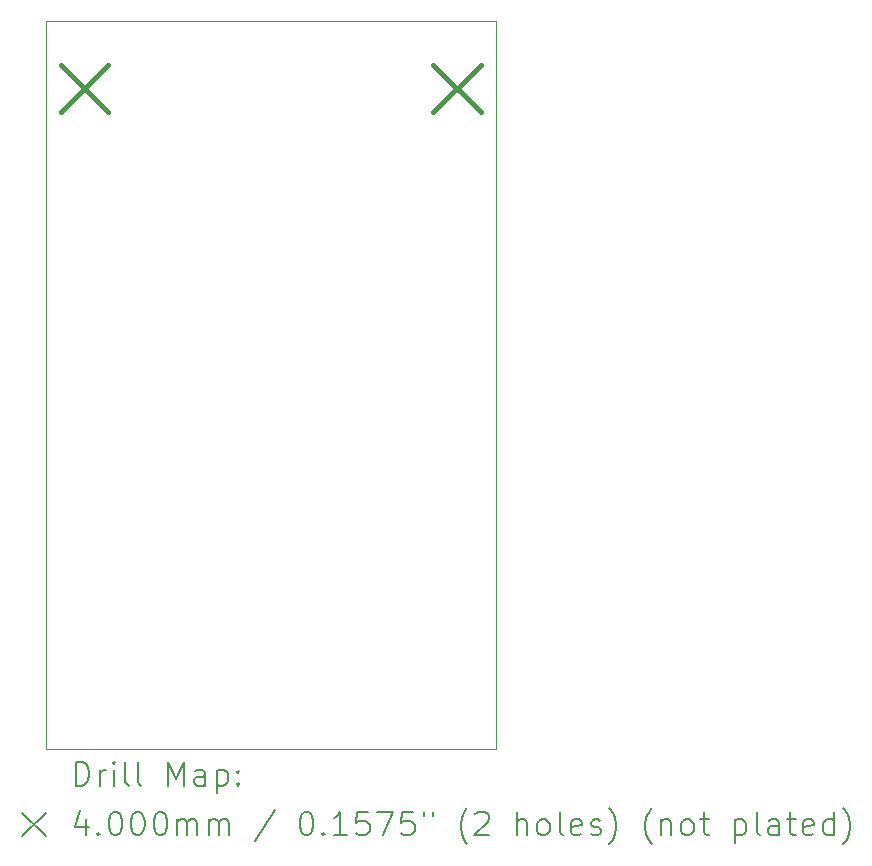
<source format=gbr>
%FSLAX45Y45*%
G04 Gerber Fmt 4.5, Leading zero omitted, Abs format (unit mm)*
G04 Created by KiCad (PCBNEW 6.0.4-6f826c9f35~116~ubuntu18.04.1) date 2022-04-10 17:10:06*
%MOMM*%
%LPD*%
G01*
G04 APERTURE LIST*
%TA.AperFunction,Profile*%
%ADD10C,0.050000*%
%TD*%
%ADD11C,0.200000*%
%ADD12C,0.400000*%
G04 APERTURE END LIST*
D10*
X10795000Y-11366500D02*
X14605000Y-11366500D01*
X14605000Y-5207000D02*
X10795000Y-5207000D01*
X14605000Y-11366500D02*
X14605000Y-5207000D01*
X10795000Y-5207000D02*
X10795000Y-11366500D01*
D11*
D12*
X10925000Y-5580000D02*
X11325000Y-5980000D01*
X11325000Y-5580000D02*
X10925000Y-5980000D01*
X14075000Y-5580000D02*
X14475000Y-5980000D01*
X14475000Y-5580000D02*
X14075000Y-5980000D01*
D11*
X11050119Y-11679476D02*
X11050119Y-11479476D01*
X11097738Y-11479476D01*
X11126310Y-11489000D01*
X11145357Y-11508048D01*
X11154881Y-11527095D01*
X11164405Y-11565190D01*
X11164405Y-11593762D01*
X11154881Y-11631857D01*
X11145357Y-11650905D01*
X11126310Y-11669952D01*
X11097738Y-11679476D01*
X11050119Y-11679476D01*
X11250119Y-11679476D02*
X11250119Y-11546143D01*
X11250119Y-11584238D02*
X11259643Y-11565190D01*
X11269167Y-11555667D01*
X11288214Y-11546143D01*
X11307262Y-11546143D01*
X11373928Y-11679476D02*
X11373928Y-11546143D01*
X11373928Y-11479476D02*
X11364405Y-11489000D01*
X11373928Y-11498524D01*
X11383452Y-11489000D01*
X11373928Y-11479476D01*
X11373928Y-11498524D01*
X11497738Y-11679476D02*
X11478690Y-11669952D01*
X11469167Y-11650905D01*
X11469167Y-11479476D01*
X11602500Y-11679476D02*
X11583452Y-11669952D01*
X11573928Y-11650905D01*
X11573928Y-11479476D01*
X11831071Y-11679476D02*
X11831071Y-11479476D01*
X11897738Y-11622333D01*
X11964405Y-11479476D01*
X11964405Y-11679476D01*
X12145357Y-11679476D02*
X12145357Y-11574714D01*
X12135833Y-11555667D01*
X12116786Y-11546143D01*
X12078690Y-11546143D01*
X12059643Y-11555667D01*
X12145357Y-11669952D02*
X12126309Y-11679476D01*
X12078690Y-11679476D01*
X12059643Y-11669952D01*
X12050119Y-11650905D01*
X12050119Y-11631857D01*
X12059643Y-11612809D01*
X12078690Y-11603286D01*
X12126309Y-11603286D01*
X12145357Y-11593762D01*
X12240595Y-11546143D02*
X12240595Y-11746143D01*
X12240595Y-11555667D02*
X12259643Y-11546143D01*
X12297738Y-11546143D01*
X12316786Y-11555667D01*
X12326309Y-11565190D01*
X12335833Y-11584238D01*
X12335833Y-11641381D01*
X12326309Y-11660428D01*
X12316786Y-11669952D01*
X12297738Y-11679476D01*
X12259643Y-11679476D01*
X12240595Y-11669952D01*
X12421548Y-11660428D02*
X12431071Y-11669952D01*
X12421548Y-11679476D01*
X12412024Y-11669952D01*
X12421548Y-11660428D01*
X12421548Y-11679476D01*
X12421548Y-11555667D02*
X12431071Y-11565190D01*
X12421548Y-11574714D01*
X12412024Y-11565190D01*
X12421548Y-11555667D01*
X12421548Y-11574714D01*
X10592500Y-11909000D02*
X10792500Y-12109000D01*
X10792500Y-11909000D02*
X10592500Y-12109000D01*
X11135833Y-11966143D02*
X11135833Y-12099476D01*
X11088214Y-11889952D02*
X11040595Y-12032809D01*
X11164405Y-12032809D01*
X11240595Y-12080428D02*
X11250119Y-12089952D01*
X11240595Y-12099476D01*
X11231071Y-12089952D01*
X11240595Y-12080428D01*
X11240595Y-12099476D01*
X11373928Y-11899476D02*
X11392976Y-11899476D01*
X11412024Y-11909000D01*
X11421548Y-11918524D01*
X11431071Y-11937571D01*
X11440595Y-11975667D01*
X11440595Y-12023286D01*
X11431071Y-12061381D01*
X11421548Y-12080428D01*
X11412024Y-12089952D01*
X11392976Y-12099476D01*
X11373928Y-12099476D01*
X11354881Y-12089952D01*
X11345357Y-12080428D01*
X11335833Y-12061381D01*
X11326309Y-12023286D01*
X11326309Y-11975667D01*
X11335833Y-11937571D01*
X11345357Y-11918524D01*
X11354881Y-11909000D01*
X11373928Y-11899476D01*
X11564405Y-11899476D02*
X11583452Y-11899476D01*
X11602500Y-11909000D01*
X11612024Y-11918524D01*
X11621548Y-11937571D01*
X11631071Y-11975667D01*
X11631071Y-12023286D01*
X11621548Y-12061381D01*
X11612024Y-12080428D01*
X11602500Y-12089952D01*
X11583452Y-12099476D01*
X11564405Y-12099476D01*
X11545357Y-12089952D01*
X11535833Y-12080428D01*
X11526309Y-12061381D01*
X11516786Y-12023286D01*
X11516786Y-11975667D01*
X11526309Y-11937571D01*
X11535833Y-11918524D01*
X11545357Y-11909000D01*
X11564405Y-11899476D01*
X11754881Y-11899476D02*
X11773928Y-11899476D01*
X11792976Y-11909000D01*
X11802500Y-11918524D01*
X11812024Y-11937571D01*
X11821548Y-11975667D01*
X11821548Y-12023286D01*
X11812024Y-12061381D01*
X11802500Y-12080428D01*
X11792976Y-12089952D01*
X11773928Y-12099476D01*
X11754881Y-12099476D01*
X11735833Y-12089952D01*
X11726309Y-12080428D01*
X11716786Y-12061381D01*
X11707262Y-12023286D01*
X11707262Y-11975667D01*
X11716786Y-11937571D01*
X11726309Y-11918524D01*
X11735833Y-11909000D01*
X11754881Y-11899476D01*
X11907262Y-12099476D02*
X11907262Y-11966143D01*
X11907262Y-11985190D02*
X11916786Y-11975667D01*
X11935833Y-11966143D01*
X11964405Y-11966143D01*
X11983452Y-11975667D01*
X11992976Y-11994714D01*
X11992976Y-12099476D01*
X11992976Y-11994714D02*
X12002500Y-11975667D01*
X12021548Y-11966143D01*
X12050119Y-11966143D01*
X12069167Y-11975667D01*
X12078690Y-11994714D01*
X12078690Y-12099476D01*
X12173928Y-12099476D02*
X12173928Y-11966143D01*
X12173928Y-11985190D02*
X12183452Y-11975667D01*
X12202500Y-11966143D01*
X12231071Y-11966143D01*
X12250119Y-11975667D01*
X12259643Y-11994714D01*
X12259643Y-12099476D01*
X12259643Y-11994714D02*
X12269167Y-11975667D01*
X12288214Y-11966143D01*
X12316786Y-11966143D01*
X12335833Y-11975667D01*
X12345357Y-11994714D01*
X12345357Y-12099476D01*
X12735833Y-11889952D02*
X12564405Y-12147095D01*
X12992976Y-11899476D02*
X13012024Y-11899476D01*
X13031071Y-11909000D01*
X13040595Y-11918524D01*
X13050119Y-11937571D01*
X13059643Y-11975667D01*
X13059643Y-12023286D01*
X13050119Y-12061381D01*
X13040595Y-12080428D01*
X13031071Y-12089952D01*
X13012024Y-12099476D01*
X12992976Y-12099476D01*
X12973928Y-12089952D01*
X12964405Y-12080428D01*
X12954881Y-12061381D01*
X12945357Y-12023286D01*
X12945357Y-11975667D01*
X12954881Y-11937571D01*
X12964405Y-11918524D01*
X12973928Y-11909000D01*
X12992976Y-11899476D01*
X13145357Y-12080428D02*
X13154881Y-12089952D01*
X13145357Y-12099476D01*
X13135833Y-12089952D01*
X13145357Y-12080428D01*
X13145357Y-12099476D01*
X13345357Y-12099476D02*
X13231071Y-12099476D01*
X13288214Y-12099476D02*
X13288214Y-11899476D01*
X13269167Y-11928048D01*
X13250119Y-11947095D01*
X13231071Y-11956619D01*
X13526309Y-11899476D02*
X13431071Y-11899476D01*
X13421548Y-11994714D01*
X13431071Y-11985190D01*
X13450119Y-11975667D01*
X13497738Y-11975667D01*
X13516786Y-11985190D01*
X13526309Y-11994714D01*
X13535833Y-12013762D01*
X13535833Y-12061381D01*
X13526309Y-12080428D01*
X13516786Y-12089952D01*
X13497738Y-12099476D01*
X13450119Y-12099476D01*
X13431071Y-12089952D01*
X13421548Y-12080428D01*
X13602500Y-11899476D02*
X13735833Y-11899476D01*
X13650119Y-12099476D01*
X13907262Y-11899476D02*
X13812024Y-11899476D01*
X13802500Y-11994714D01*
X13812024Y-11985190D01*
X13831071Y-11975667D01*
X13878690Y-11975667D01*
X13897738Y-11985190D01*
X13907262Y-11994714D01*
X13916786Y-12013762D01*
X13916786Y-12061381D01*
X13907262Y-12080428D01*
X13897738Y-12089952D01*
X13878690Y-12099476D01*
X13831071Y-12099476D01*
X13812024Y-12089952D01*
X13802500Y-12080428D01*
X13992976Y-11899476D02*
X13992976Y-11937571D01*
X14069167Y-11899476D02*
X14069167Y-11937571D01*
X14364405Y-12175667D02*
X14354881Y-12166143D01*
X14335833Y-12137571D01*
X14326309Y-12118524D01*
X14316786Y-12089952D01*
X14307262Y-12042333D01*
X14307262Y-12004238D01*
X14316786Y-11956619D01*
X14326309Y-11928048D01*
X14335833Y-11909000D01*
X14354881Y-11880428D01*
X14364405Y-11870905D01*
X14431071Y-11918524D02*
X14440595Y-11909000D01*
X14459643Y-11899476D01*
X14507262Y-11899476D01*
X14526309Y-11909000D01*
X14535833Y-11918524D01*
X14545357Y-11937571D01*
X14545357Y-11956619D01*
X14535833Y-11985190D01*
X14421548Y-12099476D01*
X14545357Y-12099476D01*
X14783452Y-12099476D02*
X14783452Y-11899476D01*
X14869167Y-12099476D02*
X14869167Y-11994714D01*
X14859643Y-11975667D01*
X14840595Y-11966143D01*
X14812024Y-11966143D01*
X14792976Y-11975667D01*
X14783452Y-11985190D01*
X14992976Y-12099476D02*
X14973928Y-12089952D01*
X14964405Y-12080428D01*
X14954881Y-12061381D01*
X14954881Y-12004238D01*
X14964405Y-11985190D01*
X14973928Y-11975667D01*
X14992976Y-11966143D01*
X15021548Y-11966143D01*
X15040595Y-11975667D01*
X15050119Y-11985190D01*
X15059643Y-12004238D01*
X15059643Y-12061381D01*
X15050119Y-12080428D01*
X15040595Y-12089952D01*
X15021548Y-12099476D01*
X14992976Y-12099476D01*
X15173928Y-12099476D02*
X15154881Y-12089952D01*
X15145357Y-12070905D01*
X15145357Y-11899476D01*
X15326309Y-12089952D02*
X15307262Y-12099476D01*
X15269167Y-12099476D01*
X15250119Y-12089952D01*
X15240595Y-12070905D01*
X15240595Y-11994714D01*
X15250119Y-11975667D01*
X15269167Y-11966143D01*
X15307262Y-11966143D01*
X15326309Y-11975667D01*
X15335833Y-11994714D01*
X15335833Y-12013762D01*
X15240595Y-12032809D01*
X15412024Y-12089952D02*
X15431071Y-12099476D01*
X15469167Y-12099476D01*
X15488214Y-12089952D01*
X15497738Y-12070905D01*
X15497738Y-12061381D01*
X15488214Y-12042333D01*
X15469167Y-12032809D01*
X15440595Y-12032809D01*
X15421548Y-12023286D01*
X15412024Y-12004238D01*
X15412024Y-11994714D01*
X15421548Y-11975667D01*
X15440595Y-11966143D01*
X15469167Y-11966143D01*
X15488214Y-11975667D01*
X15564405Y-12175667D02*
X15573928Y-12166143D01*
X15592976Y-12137571D01*
X15602500Y-12118524D01*
X15612024Y-12089952D01*
X15621548Y-12042333D01*
X15621548Y-12004238D01*
X15612024Y-11956619D01*
X15602500Y-11928048D01*
X15592976Y-11909000D01*
X15573928Y-11880428D01*
X15564405Y-11870905D01*
X15926309Y-12175667D02*
X15916786Y-12166143D01*
X15897738Y-12137571D01*
X15888214Y-12118524D01*
X15878690Y-12089952D01*
X15869167Y-12042333D01*
X15869167Y-12004238D01*
X15878690Y-11956619D01*
X15888214Y-11928048D01*
X15897738Y-11909000D01*
X15916786Y-11880428D01*
X15926309Y-11870905D01*
X16002500Y-11966143D02*
X16002500Y-12099476D01*
X16002500Y-11985190D02*
X16012024Y-11975667D01*
X16031071Y-11966143D01*
X16059643Y-11966143D01*
X16078690Y-11975667D01*
X16088214Y-11994714D01*
X16088214Y-12099476D01*
X16212024Y-12099476D02*
X16192976Y-12089952D01*
X16183452Y-12080428D01*
X16173928Y-12061381D01*
X16173928Y-12004238D01*
X16183452Y-11985190D01*
X16192976Y-11975667D01*
X16212024Y-11966143D01*
X16240595Y-11966143D01*
X16259643Y-11975667D01*
X16269167Y-11985190D01*
X16278690Y-12004238D01*
X16278690Y-12061381D01*
X16269167Y-12080428D01*
X16259643Y-12089952D01*
X16240595Y-12099476D01*
X16212024Y-12099476D01*
X16335833Y-11966143D02*
X16412024Y-11966143D01*
X16364405Y-11899476D02*
X16364405Y-12070905D01*
X16373928Y-12089952D01*
X16392976Y-12099476D01*
X16412024Y-12099476D01*
X16631071Y-11966143D02*
X16631071Y-12166143D01*
X16631071Y-11975667D02*
X16650119Y-11966143D01*
X16688214Y-11966143D01*
X16707262Y-11975667D01*
X16716786Y-11985190D01*
X16726309Y-12004238D01*
X16726309Y-12061381D01*
X16716786Y-12080428D01*
X16707262Y-12089952D01*
X16688214Y-12099476D01*
X16650119Y-12099476D01*
X16631071Y-12089952D01*
X16840595Y-12099476D02*
X16821548Y-12089952D01*
X16812024Y-12070905D01*
X16812024Y-11899476D01*
X17002500Y-12099476D02*
X17002500Y-11994714D01*
X16992976Y-11975667D01*
X16973929Y-11966143D01*
X16935833Y-11966143D01*
X16916786Y-11975667D01*
X17002500Y-12089952D02*
X16983452Y-12099476D01*
X16935833Y-12099476D01*
X16916786Y-12089952D01*
X16907262Y-12070905D01*
X16907262Y-12051857D01*
X16916786Y-12032809D01*
X16935833Y-12023286D01*
X16983452Y-12023286D01*
X17002500Y-12013762D01*
X17069167Y-11966143D02*
X17145357Y-11966143D01*
X17097738Y-11899476D02*
X17097738Y-12070905D01*
X17107262Y-12089952D01*
X17126310Y-12099476D01*
X17145357Y-12099476D01*
X17288214Y-12089952D02*
X17269167Y-12099476D01*
X17231071Y-12099476D01*
X17212024Y-12089952D01*
X17202500Y-12070905D01*
X17202500Y-11994714D01*
X17212024Y-11975667D01*
X17231071Y-11966143D01*
X17269167Y-11966143D01*
X17288214Y-11975667D01*
X17297738Y-11994714D01*
X17297738Y-12013762D01*
X17202500Y-12032809D01*
X17469167Y-12099476D02*
X17469167Y-11899476D01*
X17469167Y-12089952D02*
X17450119Y-12099476D01*
X17412024Y-12099476D01*
X17392976Y-12089952D01*
X17383452Y-12080428D01*
X17373929Y-12061381D01*
X17373929Y-12004238D01*
X17383452Y-11985190D01*
X17392976Y-11975667D01*
X17412024Y-11966143D01*
X17450119Y-11966143D01*
X17469167Y-11975667D01*
X17545357Y-12175667D02*
X17554881Y-12166143D01*
X17573929Y-12137571D01*
X17583452Y-12118524D01*
X17592976Y-12089952D01*
X17602500Y-12042333D01*
X17602500Y-12004238D01*
X17592976Y-11956619D01*
X17583452Y-11928048D01*
X17573929Y-11909000D01*
X17554881Y-11880428D01*
X17545357Y-11870905D01*
M02*

</source>
